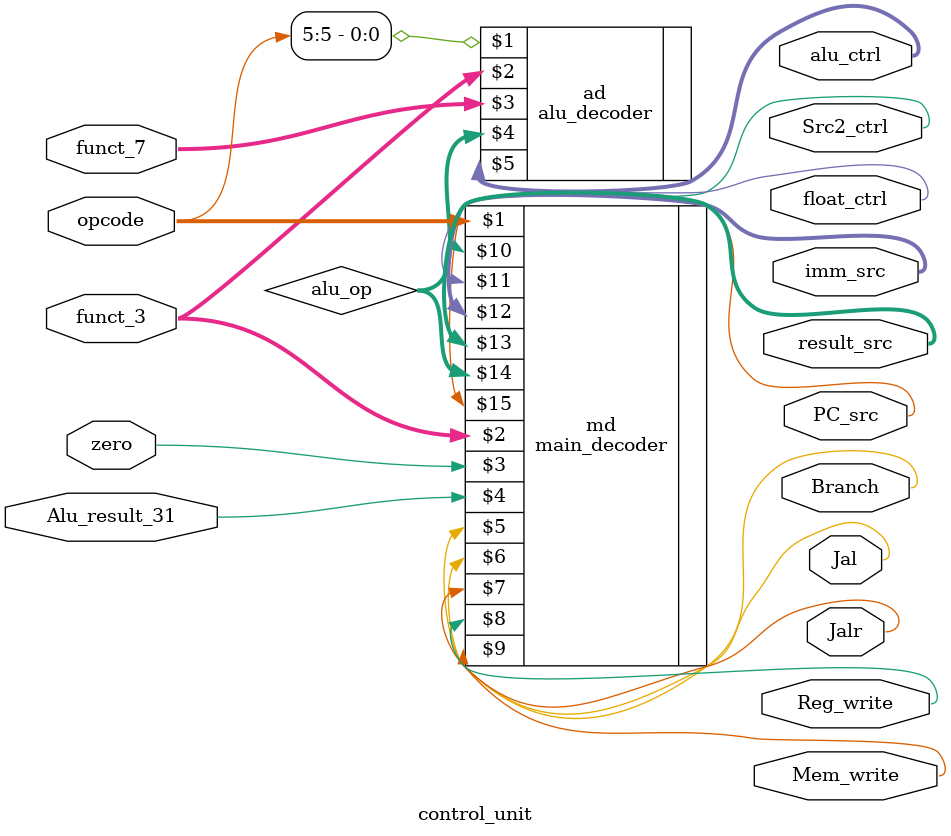
<source format=v>
module control_unit(   
       input  [6:0]  opcode,
		 input  [2:0]  funct_3,
		 input         zero,Alu_result_31,
       input  [6:0]  funct_7,
		 
		 output        Branch,Jal,Jalr,Reg_write,Mem_write,Src2_ctrl,float_ctrl,
		 output [2:0]  imm_src,
		 output [2:0]  result_src,
		 output        PC_src,
		 output [3:0]  alu_ctrl
);
		 
wire [1:0] alu_op;

main_decoder md(opcode,  funct_3,  zero,  Alu_result_31,
                Branch,  Jal,  Jalr,  Reg_write,  Mem_write,  Src2_ctrl,float_ctrl,
					 imm_src,  result_src,  alu_op,
					 PC_src);

alu_decoder ad(opcode[5],funct_3,  funct_7, alu_op,  
               alu_ctrl); 
				
endmodule 

</source>
